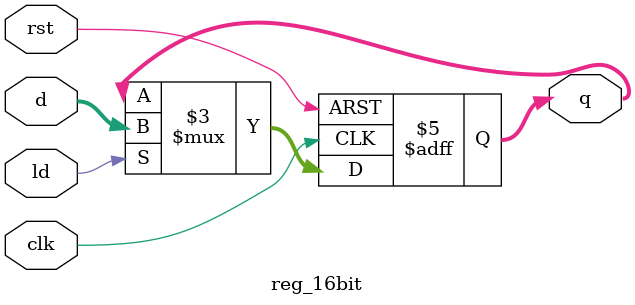
<source format=v>
`timescale 1ns / 1ps


module reg_16bit(input clk, rst, ld, input [15:0] d, output reg [15:0] q);

always @(posedge clk, posedge rst)
if(rst)
q <= 16'b0;
 
else if(ld)
q <= d; //if load is high

else 
q <= q; //default 
endmodule

</source>
